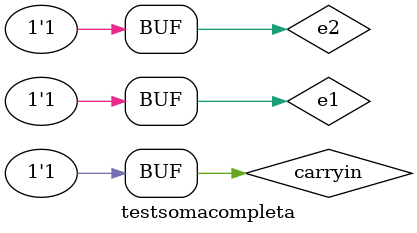
<source format=v>

module metodomeiasoma(saida,carry,e1,e2);
output saida,carry;
input e1,e2;

xor xor1 (saida,e1,e2);
and and1 (carry,e1,e2);

endmodule


module metodosomacompleta (soma,carryout,e1,e2,carryin);
output soma,carryout;
input e1,e2,carryin;
wire carry2;

metodomeiasoma MeiaSoma1 (saida,carry,e1,e2);
metodomeiasoma MeiaSoma2 (soma,carry2,saida,carryin);
or OR1 (carryout,carry2,carry);


endmodule


module testsomacompleta;
reg e1,e2,carryin;
wire soma,carryout;

metodosomacompleta SomaCompleta (soma,carryout,e1,e2,carryin);


initial begin: start
		e1 = 0;  e2 = 0; carryin=0;
		
end


initial begin:main

		$display("Circuito Soma Completa ");
		#1 $display("  e1 + e2  + carryin =  soma  carryout ");
		#1 $monitor("  %d + %d  +  %d    =         %d      %b", e1,e2,carryin,soma,carryout);

		#1 e1 = 0; e2 = 0; carryin=1;
		#1 e1 = 0; e2 = 1; carryin=0;
		#1 e1 = 0; e2 = 1; carryin=1;
		#1 e1 = 1; e2 = 0; carryin=0;
		#1 e1 = 1; e2 = 0; carryin=1;
		#1 e1 = 1; e2 = 1; carryin=0;
		#1 e1 = 1; e2 = 1; carryin=1;

end

endmodule


/*  Circuito Soma Completa 
      e1 + e2  + carryin =  soma  carryout 
      0 + 0  +  0    =         0      0
      0 + 0  +  1    =         1      0
      0 + 1  +  0    =         1      0
      0 + 1  +  1    =         0      1
      1 + 0  +  0    =         1      0
      1 + 0  +  1    =         0      1
      1 + 1  +  0    =         0      1
      1 + 1  +  1    =         1      1
    
     ----jGRASP: operation complete.
    
*/


</source>
